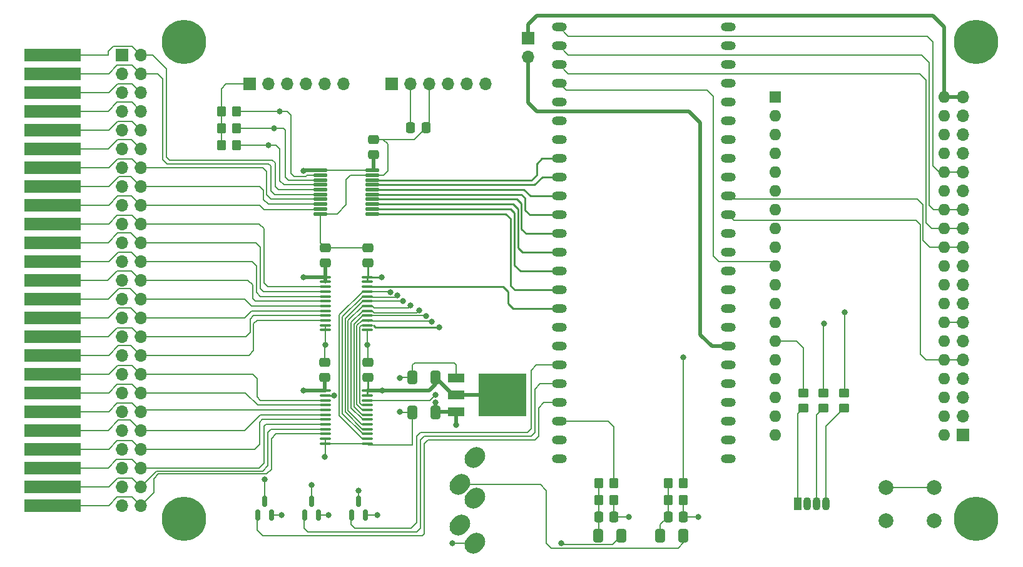
<source format=gbr>
%TF.GenerationSoftware,KiCad,Pcbnew,(6.0.7)*%
%TF.CreationDate,2022-08-23T12:46:31-07:00*%
%TF.ProjectId,TRS-IO-M3,5452532d-494f-42d4-9d33-2e6b69636164,rev?*%
%TF.SameCoordinates,Original*%
%TF.FileFunction,Copper,L1,Top*%
%TF.FilePolarity,Positive*%
%FSLAX46Y46*%
G04 Gerber Fmt 4.6, Leading zero omitted, Abs format (unit mm)*
G04 Created by KiCad (PCBNEW (6.0.7)) date 2022-08-23 12:46:31*
%MOMM*%
%LPD*%
G01*
G04 APERTURE LIST*
G04 Aperture macros list*
%AMRoundRect*
0 Rectangle with rounded corners*
0 $1 Rounding radius*
0 $2 $3 $4 $5 $6 $7 $8 $9 X,Y pos of 4 corners*
0 Add a 4 corners polygon primitive as box body*
4,1,4,$2,$3,$4,$5,$6,$7,$8,$9,$2,$3,0*
0 Add four circle primitives for the rounded corners*
1,1,$1+$1,$2,$3*
1,1,$1+$1,$4,$5*
1,1,$1+$1,$6,$7*
1,1,$1+$1,$8,$9*
0 Add four rect primitives between the rounded corners*
20,1,$1+$1,$2,$3,$4,$5,0*
20,1,$1+$1,$4,$5,$6,$7,0*
20,1,$1+$1,$6,$7,$8,$9,0*
20,1,$1+$1,$8,$9,$2,$3,0*%
%AMHorizOval*
0 Thick line with rounded ends*
0 $1 width*
0 $2 $3 position (X,Y) of the first rounded end (center of the circle)*
0 $4 $5 position (X,Y) of the second rounded end (center of the circle)*
0 Add line between two ends*
20,1,$1,$2,$3,$4,$5,0*
0 Add two circle primitives to create the rounded ends*
1,1,$1,$2,$3*
1,1,$1,$4,$5*%
G04 Aperture macros list end*
%TA.AperFunction,ComponentPad*%
%ADD10C,6.000000*%
%TD*%
%TA.AperFunction,ComponentPad*%
%ADD11C,0.800000*%
%TD*%
%TA.AperFunction,SMDPad,CuDef*%
%ADD12RoundRect,0.250000X0.350000X0.450000X-0.350000X0.450000X-0.350000X-0.450000X0.350000X-0.450000X0*%
%TD*%
%TA.AperFunction,SMDPad,CuDef*%
%ADD13RoundRect,0.250000X-0.450000X0.350000X-0.450000X-0.350000X0.450000X-0.350000X0.450000X0.350000X0*%
%TD*%
%TA.AperFunction,ComponentPad*%
%ADD14R,1.700000X1.700000*%
%TD*%
%TA.AperFunction,ComponentPad*%
%ADD15O,1.700000X1.700000*%
%TD*%
%TA.AperFunction,SMDPad,CuDef*%
%ADD16RoundRect,0.250000X-0.475000X0.337500X-0.475000X-0.337500X0.475000X-0.337500X0.475000X0.337500X0*%
%TD*%
%TA.AperFunction,ComponentPad*%
%ADD17O,2.000000X1.200000*%
%TD*%
%TA.AperFunction,SMDPad,CuDef*%
%ADD18RoundRect,0.250000X0.475000X-0.337500X0.475000X0.337500X-0.475000X0.337500X-0.475000X-0.337500X0*%
%TD*%
%TA.AperFunction,SMDPad,CuDef*%
%ADD19R,2.200000X1.200000*%
%TD*%
%TA.AperFunction,SMDPad,CuDef*%
%ADD20R,6.400000X5.800000*%
%TD*%
%TA.AperFunction,SMDPad,CuDef*%
%ADD21RoundRect,0.100000X-0.637500X-0.100000X0.637500X-0.100000X0.637500X0.100000X-0.637500X0.100000X0*%
%TD*%
%TA.AperFunction,ComponentPad*%
%ADD22HorizOval,2.400000X-0.212132X-0.212132X0.212132X0.212132X0*%
%TD*%
%TA.AperFunction,SMDPad,CuDef*%
%ADD23RoundRect,0.150000X0.150000X-0.587500X0.150000X0.587500X-0.150000X0.587500X-0.150000X-0.587500X0*%
%TD*%
%TA.AperFunction,SMDPad,CuDef*%
%ADD24RoundRect,0.250000X-0.350000X-0.450000X0.350000X-0.450000X0.350000X0.450000X-0.350000X0.450000X0*%
%TD*%
%TA.AperFunction,SMDPad,CuDef*%
%ADD25RoundRect,0.250000X0.412500X0.650000X-0.412500X0.650000X-0.412500X-0.650000X0.412500X-0.650000X0*%
%TD*%
%TA.AperFunction,ComponentPad*%
%ADD26R,1.600000X1.600000*%
%TD*%
%TA.AperFunction,ComponentPad*%
%ADD27O,1.600000X1.600000*%
%TD*%
%TA.AperFunction,SMDPad,CuDef*%
%ADD28RoundRect,0.250000X-0.337500X-0.475000X0.337500X-0.475000X0.337500X0.475000X-0.337500X0.475000X0*%
%TD*%
%TA.AperFunction,ConnectorPad*%
%ADD29R,7.620000X1.778000*%
%TD*%
%TA.AperFunction,ComponentPad*%
%ADD30R,1.070000X1.800000*%
%TD*%
%TA.AperFunction,ComponentPad*%
%ADD31O,1.070000X1.800000*%
%TD*%
%TA.AperFunction,ComponentPad*%
%ADD32C,2.000000*%
%TD*%
%TA.AperFunction,SMDPad,CuDef*%
%ADD33RoundRect,0.125000X-0.825000X-0.125000X0.825000X-0.125000X0.825000X0.125000X-0.825000X0.125000X0*%
%TD*%
%TA.AperFunction,ViaPad*%
%ADD34C,0.800000*%
%TD*%
%TA.AperFunction,Conductor*%
%ADD35C,0.200000*%
%TD*%
%TA.AperFunction,Conductor*%
%ADD36C,0.500380*%
%TD*%
%TA.AperFunction,Conductor*%
%ADD37C,0.250000*%
%TD*%
G04 APERTURE END LIST*
D10*
%TO.P,H1,1*%
%TO.N,N/C*%
X124714000Y-60960000D03*
D11*
X126304990Y-62550990D03*
X123123010Y-59369010D03*
X126964000Y-60960000D03*
X124714000Y-58710000D03*
X122464000Y-60960000D03*
X124714000Y-63210000D03*
X126304990Y-59369010D03*
X123123010Y-62550990D03*
%TD*%
%TO.P,H2,1*%
%TO.N,N/C*%
X233540990Y-62550990D03*
X234200000Y-60960000D03*
D10*
X231950000Y-60960000D03*
D11*
X229700000Y-60960000D03*
X230359010Y-62550990D03*
X230359010Y-59369010D03*
X233540990Y-59369010D03*
X231950000Y-63210000D03*
X231950000Y-58710000D03*
%TD*%
%TO.P,H3,1*%
%TO.N,N/C*%
X126964000Y-125476000D03*
X124714000Y-127726000D03*
X126304990Y-123885010D03*
X123123010Y-127066990D03*
D10*
X124714000Y-125476000D03*
D11*
X122464000Y-125476000D03*
X124714000Y-123226000D03*
X126304990Y-127066990D03*
X123123010Y-123885010D03*
%TD*%
%TO.P,H4,1*%
%TO.N,N/C*%
X233540990Y-123885010D03*
X229700000Y-125476000D03*
X233540990Y-127066990D03*
X231950000Y-127726000D03*
X230359010Y-123885010D03*
X234200000Y-125476000D03*
X231950000Y-123226000D03*
X230359010Y-127066990D03*
D10*
X231950000Y-125476000D03*
%TD*%
D12*
%TO.P,R9,1*%
%TO.N,VSYNC*%
X131810000Y-72644000D03*
%TO.P,R9,2*%
%TO.N,GND*%
X129810000Y-72644000D03*
%TD*%
%TO.P,R8,1*%
%TO.N,HSYNC*%
X131810000Y-70358000D03*
%TO.P,R8,2*%
%TO.N,GND*%
X129810000Y-70358000D03*
%TD*%
D13*
%TO.P,R1,1*%
%TO.N,LED_RED*%
X208534000Y-108474000D03*
%TO.P,R1,2*%
%TO.N,Net-(D1-Pad1)*%
X208534000Y-110474000D03*
%TD*%
%TO.P,R2,1*%
%TO.N,LED_GREEN*%
X214068000Y-108474000D03*
%TO.P,R2,2*%
%TO.N,Net-(D1-Pad4)*%
X214068000Y-110474000D03*
%TD*%
D14*
%TO.P,J5,1,Pin_1*%
%TO.N,GND*%
X133600000Y-66675000D03*
D15*
%TO.P,J5,2,Pin_2*%
%TO.N,VIDEO*%
X136140000Y-66675000D03*
%TO.P,J5,3,Pin_3*%
%TO.N,GND*%
X138680000Y-66675000D03*
%TO.P,J5,4,Pin_4*%
%TO.N,VSYNC*%
X141220000Y-66675000D03*
%TO.P,J5,5,Pin_5*%
%TO.N,GND*%
X143760000Y-66675000D03*
%TO.P,J5,6,Pin_6*%
%TO.N,HSYNC*%
X146300000Y-66675000D03*
%TD*%
D16*
%TO.P,C6,1*%
%TO.N,GND*%
X149650000Y-104312500D03*
%TO.P,C6,2*%
%TO.N,+1V8*%
X149650000Y-106387500D03*
%TD*%
D17*
%TO.P,U5,1,Pad_38*%
%TO.N,MOSI*%
X175520000Y-58985000D03*
%TO.P,U5,2,Pad_37*%
%TO.N,MISO*%
X175520000Y-61525000D03*
%TO.P,U5,3,Pad_36*%
%TO.N,SCK*%
X175520000Y-64065000D03*
%TO.P,U5,4,Pad_39*%
%TO.N,CS_SD_CARD*%
X175520000Y-66605000D03*
%TO.P,U5,5,Pad_25*%
%TO.N,HSYNC_O*%
X175520000Y-69145000D03*
%TO.P,U5,6,Pad_26*%
%TO.N,VSYNC_O*%
X175520000Y-71685000D03*
%TO.P,U5,7,Pad_27*%
%TO.N,VIDEO_O*%
X175520000Y-74225000D03*
%TO.P,U5,8,Pad_28*%
%TO.N,HSYNCX*%
X175520000Y-76765000D03*
%TO.P,U5,9,Pad_29*%
%TO.N,VSYNCX*%
X175520000Y-79305000D03*
%TO.P,U5,10,Pad_30*%
%TO.N,VIDEOX*%
X175520000Y-81845000D03*
%TO.P,U5,11,Pad_33*%
%TO.N,_IORQX*%
X175520000Y-84385000D03*
%TO.P,U5,12,Pad_34*%
%TO.N,_M1X*%
X175520000Y-86925000D03*
%TO.P,U5,13,Pad_40*%
%TO.N,_RESETX*%
X175520000Y-89465000D03*
%TO.P,U5,14,Pad_35*%
%TO.N,_OUTX*%
X175520000Y-92005000D03*
%TO.P,U5,15,Pad_41*%
%TO.N,_INX*%
X175520000Y-94545000D03*
%TO.P,U5,16,Pad_42*%
%TO.N,ABUS_SEL_N*%
X175520000Y-97085000D03*
%TO.P,U5,17,Pad_51*%
%TO.N,READ_N*%
X175520000Y-99625000D03*
%TO.P,U5,18,Pad_53*%
%TO.N,DBUS_SEL_N*%
X175520000Y-102165000D03*
%TO.P,U5,19,Pad_54*%
%TO.N,INT*%
X175520000Y-104705000D03*
%TO.P,U5,20,Pad_55*%
%TO.N,WAIT*%
X175520000Y-107245000D03*
%TO.P,U5,21,Pad_56*%
%TO.N,EXTIOSEL*%
X175520000Y-109785000D03*
%TO.P,U5,22,Pad_57*%
%TO.N,CASS_OUT_LEFT*%
X175520000Y-112325000D03*
%TO.P,U5,23,Pad_68*%
%TO.N,unconnected-(U5-Pad23)*%
X175520000Y-114865000D03*
%TO.P,U5,24,Pad_69*%
%TO.N,unconnected-(U5-Pad24)*%
X175520000Y-117405000D03*
%TO.P,U5,25,3V3*%
%TO.N,+3V3*%
X198420000Y-117405000D03*
%TO.P,U5,26,GND*%
%TO.N,GND*%
X198420000Y-114865000D03*
%TO.P,U5,27,Pad_32*%
%TO.N,ESP_S2*%
X198420000Y-112325000D03*
%TO.P,U5,28,Pad_31*%
%TO.N,ESP_S1*%
X198420000Y-109785000D03*
%TO.P,U5,29,Pad_49*%
%TO.N,ESP_S0*%
X198420000Y-107245000D03*
%TO.P,U5,30,Pad_48*%
%TO.N,CS_FPGA*%
X198420000Y-104705000D03*
%TO.P,U5,31,5V*%
%TO.N,VU*%
X198420000Y-102165000D03*
%TO.P,U5,32,Pad_70*%
%TO.N,unconnected-(U5-Pad32)*%
X198420000Y-99625000D03*
%TO.P,U5,33,Pad_71*%
%TO.N,unconnected-(U5-Pad33)*%
X198420000Y-97085000D03*
%TO.P,U5,34,Pad_72*%
%TO.N,unconnected-(U5-Pad34)*%
X198420000Y-94545000D03*
%TO.P,U5,35,Pad_73*%
%TO.N,unconnected-(U5-Pad35)*%
X198420000Y-92005000D03*
%TO.P,U5,36,Pad_74*%
%TO.N,unconnected-(U5-Pad36)*%
X198420000Y-89465000D03*
%TO.P,U5,37,Pad_75*%
%TO.N,unconnected-(U5-Pad37)*%
X198420000Y-86925000D03*
%TO.P,U5,38,Pad_76*%
%TO.N,REQ*%
X198420000Y-84385000D03*
%TO.P,U5,39,Pad_77*%
%TO.N,DONE*%
X198420000Y-81845000D03*
%TO.P,U5,40,Pad_79*%
%TO.N,A0D7*%
X198420000Y-79305000D03*
%TO.P,U5,41,Pad_80*%
%TO.N,A1D6*%
X198420000Y-76765000D03*
%TO.P,U5,42,Pad_81*%
%TO.N,A2D5*%
X198420000Y-74225000D03*
%TO.P,U5,43,Pad_82*%
%TO.N,A3D4*%
X198420000Y-71685000D03*
%TO.P,U5,44,Pad_83*%
%TO.N,A4D3*%
X198420000Y-69145000D03*
%TO.P,U5,45,Pad_84*%
%TO.N,A5D2*%
X198420000Y-66605000D03*
%TO.P,U5,46,Pad_85*%
%TO.N,A6D1*%
X198420000Y-64065000D03*
%TO.P,U5,47,Pad_86*%
%TO.N,A7D0*%
X198420000Y-61525000D03*
%TO.P,U5,48,Pad_63*%
%TO.N,CASS_OUT_RIGHT*%
X198420000Y-58985000D03*
%TD*%
D18*
%TO.P,C1,1*%
%TO.N,+3V3*%
X143850000Y-90887500D03*
%TO.P,C1,2*%
%TO.N,GND*%
X143850000Y-88812500D03*
%TD*%
D16*
%TO.P,C7,1*%
%TO.N,GND*%
X150400000Y-74162500D03*
%TO.P,C7,2*%
%TO.N,+3V3*%
X150400000Y-76237500D03*
%TD*%
D19*
%TO.P,U4,1,GND*%
%TO.N,GND*%
X161544000Y-106433000D03*
%TO.P,U4,2,VO*%
%TO.N,+1V8*%
X161544000Y-108713000D03*
D20*
X167844000Y-108713000D03*
D19*
%TO.P,U4,3,VI*%
%TO.N,+3V3*%
X161544000Y-110993000D03*
%TD*%
D21*
%TO.P,U2,1,VCCA*%
%TO.N,+3V3*%
X143837500Y-108175000D03*
%TO.P,U2,2,DIR*%
%TO.N,READ_N*%
X143837500Y-108825000D03*
%TO.P,U2,3,A1*%
%TO.N,D7*%
X143837500Y-109475000D03*
%TO.P,U2,4,A2*%
%TO.N,D6*%
X143837500Y-110125000D03*
%TO.P,U2,5,A3*%
%TO.N,D5*%
X143837500Y-110775000D03*
%TO.P,U2,6,A4*%
%TO.N,D4*%
X143837500Y-111425000D03*
%TO.P,U2,7,A5*%
%TO.N,D3*%
X143837500Y-112075000D03*
%TO.P,U2,8,A6*%
%TO.N,D2*%
X143837500Y-112725000D03*
%TO.P,U2,9,A7*%
%TO.N,D1*%
X143837500Y-113375000D03*
%TO.P,U2,10,A8*%
%TO.N,D0*%
X143837500Y-114025000D03*
%TO.P,U2,11,GND*%
%TO.N,GND*%
X143837500Y-114675000D03*
%TO.P,U2,12,GND*%
X143837500Y-115325000D03*
%TO.P,U2,13,GND*%
X149562500Y-115325000D03*
%TO.P,U2,14,B8*%
%TO.N,A7D0*%
X149562500Y-114675000D03*
%TO.P,U2,15,B7*%
%TO.N,A6D1*%
X149562500Y-114025000D03*
%TO.P,U2,16,B6*%
%TO.N,A5D2*%
X149562500Y-113375000D03*
%TO.P,U2,17,B5*%
%TO.N,A4D3*%
X149562500Y-112725000D03*
%TO.P,U2,18,B4*%
%TO.N,A3D4*%
X149562500Y-112075000D03*
%TO.P,U2,19,B3*%
%TO.N,A2D5*%
X149562500Y-111425000D03*
%TO.P,U2,20,B2*%
%TO.N,A1D6*%
X149562500Y-110775000D03*
%TO.P,U2,21,B1*%
%TO.N,A0D7*%
X149562500Y-110125000D03*
%TO.P,U2,22,OEn*%
%TO.N,DBUS_SEL_N*%
X149562500Y-109475000D03*
%TO.P,U2,23,VCCB*%
%TO.N,+1V8*%
X149562500Y-108825000D03*
%TO.P,U2,24,VCCB*%
X149562500Y-108175000D03*
%TD*%
D16*
%TO.P,C3,1*%
%TO.N,GND*%
X149600000Y-88812500D03*
%TO.P,C3,2*%
%TO.N,+1V8*%
X149600000Y-90887500D03*
%TD*%
D22*
%TO.P,J7,R*%
%TO.N,Net-(C12-Pad1)*%
X162084000Y-120878000D03*
%TO.P,J7,RN*%
%TO.N,N/C*%
X164084000Y-122678000D03*
%TO.P,J7,S*%
%TO.N,GND*%
X164084000Y-128778000D03*
%TO.P,J7,T*%
%TO.N,Net-(C11-Pad1)*%
X162084000Y-126378000D03*
%TO.P,J7,TN*%
%TO.N,N/C*%
X164084000Y-117178000D03*
%TD*%
D23*
%TO.P,Q2,1,G*%
%TO.N,WAIT*%
X141036000Y-124997500D03*
%TO.P,Q2,2,S*%
%TO.N,GND*%
X142936000Y-124997500D03*
%TO.P,Q2,3,D*%
%TO.N,_IOWAIT*%
X141986000Y-123122500D03*
%TD*%
D24*
%TO.P,R7,2*%
%TO.N,GND*%
X192262000Y-122936000D03*
%TO.P,R7,1*%
%TO.N,Net-(C10-Pad1)*%
X190262000Y-122936000D03*
%TD*%
D25*
%TO.P,C4,1*%
%TO.N,+1V8*%
X158781500Y-106338000D03*
%TO.P,C4,2*%
%TO.N,GND*%
X155656500Y-106338000D03*
%TD*%
D14*
%TO.P,J4,1,Pin_1*%
%TO.N,+5V*%
X171300000Y-60475000D03*
D15*
%TO.P,J4,2,Pin_2*%
%TO.N,VU*%
X171300000Y-63015000D03*
%TD*%
D25*
%TO.P,C12,2*%
%TO.N,Net-(C10-Pad1)*%
X189191500Y-127762000D03*
%TO.P,C12,1*%
%TO.N,Net-(C12-Pad1)*%
X192316500Y-127762000D03*
%TD*%
D26*
%TO.P,U6,1,GPIO6*%
%TO.N,unconnected-(U6-Pad1)*%
X204750000Y-68400000D03*
D27*
%TO.P,U6,2,GPIO7*%
%TO.N,unconnected-(U6-Pad2)*%
X204750000Y-70940000D03*
%TO.P,U6,3,GPIO8*%
%TO.N,unconnected-(U6-Pad3)*%
X204750000Y-73480000D03*
%TO.P,U6,4,GPIO15*%
%TO.N,CS_FPGA*%
X204750000Y-76020000D03*
%TO.P,U6,5,GPIO2*%
%TO.N,unconnected-(U6-Pad5)*%
X204750000Y-78560000D03*
%TO.P,U6,6,GPIO0*%
%TO.N,unconnected-(U6-Pad6)*%
X204750000Y-81100000D03*
%TO.P,U6,7,GPIO4*%
%TO.N,LED_GREEN*%
X204750000Y-83640000D03*
%TO.P,U6,8,GPIO16*%
%TO.N,ESP_S0*%
X204750000Y-86180000D03*
%TO.P,U6,9,GPIO17*%
%TO.N,ESP_S1*%
X204750000Y-88720000D03*
%TO.P,U6,10,GPIO5*%
%TO.N,CS_SD_CARD*%
X204750000Y-91260000D03*
%TO.P,U6,11,GPIO18*%
%TO.N,ESP_S2*%
X204750000Y-93800000D03*
%TO.P,U6,12,GPIO19*%
%TO.N,unconnected-(U6-Pad12)*%
X204750000Y-96340000D03*
%TO.P,U6,13,GND*%
%TO.N,GND*%
X204750000Y-98880000D03*
%TO.P,U6,14,GPIO21*%
%TO.N,LED_RED*%
X204750000Y-101420000D03*
%TO.P,U6,15,GPIO3*%
%TO.N,unconnected-(U6-Pad15)*%
X204750000Y-103960000D03*
%TO.P,U6,16,GPIO1*%
%TO.N,unconnected-(U6-Pad16)*%
X204750000Y-106500000D03*
%TO.P,U6,17,GPIO22*%
%TO.N,BUTTON*%
X204750000Y-109040000D03*
%TO.P,U6,18,GPIO23*%
%TO.N,unconnected-(U6-Pad18)*%
X204750000Y-111580000D03*
%TO.P,U6,19,GND*%
%TO.N,GND*%
X204750000Y-114120000D03*
%TO.P,U6,20,3V3*%
%TO.N,unconnected-(U6-Pad20)*%
X227610000Y-114120000D03*
%TO.P,U6,21,RESET*%
%TO.N,unconnected-(U6-Pad21)*%
X227610000Y-111580000D03*
%TO.P,U6,22,GPIO36*%
%TO.N,unconnected-(U6-Pad22)*%
X227610000Y-109040000D03*
%TO.P,U6,23,GPIO39*%
%TO.N,unconnected-(U6-Pad23)*%
X227610000Y-106500000D03*
%TO.P,U6,24,GPIO34*%
%TO.N,REQ*%
X227610000Y-103960000D03*
%TO.P,U6,25,GPIO35*%
%TO.N,unconnected-(U6-Pad25)*%
X227610000Y-101420000D03*
%TO.P,U6,26,GPIO32*%
%TO.N,LED_BLUE*%
X227610000Y-98880000D03*
%TO.P,U6,27,GPIO33*%
%TO.N,unconnected-(U6-Pad27)*%
X227610000Y-96340000D03*
%TO.P,U6,28,GPIO25*%
%TO.N,unconnected-(U6-Pad28)*%
X227610000Y-93800000D03*
%TO.P,U6,29,GPIO26*%
%TO.N,unconnected-(U6-Pad29)*%
X227610000Y-91260000D03*
%TO.P,U6,30,GPIO27*%
%TO.N,DONE*%
X227610000Y-88720000D03*
%TO.P,U6,31,GPIO14*%
%TO.N,SCK*%
X227610000Y-86180000D03*
%TO.P,U6,32,GPIO12*%
%TO.N,MISO*%
X227610000Y-83640000D03*
%TO.P,U6,33,GND*%
%TO.N,GND*%
X227610000Y-81100000D03*
%TO.P,U6,34,GPIO13*%
%TO.N,MOSI*%
X227610000Y-78560000D03*
%TO.P,U6,35,GPIO9*%
%TO.N,unconnected-(U6-Pad35)*%
X227610000Y-76020000D03*
%TO.P,U6,36,GPIO10*%
%TO.N,unconnected-(U6-Pad36)*%
X227610000Y-73480000D03*
%TO.P,U6,37,GPIO11*%
%TO.N,unconnected-(U6-Pad37)*%
X227610000Y-70940000D03*
%TO.P,U6,38,5V*%
%TO.N,+5V*%
X227610000Y-68463500D03*
%TD*%
D28*
%TO.P,C9,1*%
%TO.N,Net-(C11-Pad2)*%
X180826500Y-125222000D03*
%TO.P,C9,2*%
%TO.N,GND*%
X182901500Y-125222000D03*
%TD*%
D29*
%TO.P,J1,1,Pin_1*%
%TO.N,D0*%
X106934000Y-123698000D03*
%TO.P,J1,3,Pin_3*%
%TO.N,D1*%
X106934000Y-121158000D03*
%TO.P,J1,5,Pin_5*%
%TO.N,D2*%
X106934000Y-118618000D03*
%TO.P,J1,7,Pin_7*%
%TO.N,D3*%
X106934000Y-116078000D03*
%TO.P,J1,9,Pin_9*%
%TO.N,D4*%
X106934000Y-113538000D03*
%TO.P,J1,11,Pin_11*%
%TO.N,D5*%
X106934000Y-110998000D03*
%TO.P,J1,13,Pin_13*%
%TO.N,D6*%
X106934000Y-108458000D03*
%TO.P,J1,15,Pin_15*%
%TO.N,D7*%
X106934000Y-105918000D03*
%TO.P,J1,17,Pin_17*%
%TO.N,A0*%
X106934000Y-103378000D03*
%TO.P,J1,19,Pin_19*%
%TO.N,A1*%
X106934000Y-100838000D03*
%TO.P,J1,21,Pin_21*%
%TO.N,A2*%
X106934000Y-98298000D03*
%TO.P,J1,23,Pin_23*%
%TO.N,A3*%
X106934000Y-95758000D03*
%TO.P,J1,25,Pin_25*%
%TO.N,A4*%
X106934000Y-93218000D03*
%TO.P,J1,27,Pin_27*%
%TO.N,A5*%
X106934000Y-90678000D03*
%TO.P,J1,29,Pin_29*%
%TO.N,A6*%
X106934000Y-88138000D03*
%TO.P,J1,31,Pin_31*%
%TO.N,A7*%
X106934000Y-85598000D03*
%TO.P,J1,33,Pin_33*%
%TO.N,_IN*%
X106934000Y-83058000D03*
%TO.P,J1,35,Pin_35*%
%TO.N,_OUT*%
X106934000Y-80518000D03*
%TO.P,J1,37,Pin_37*%
%TO.N,_RESET*%
X106934000Y-77978000D03*
%TO.P,J1,39,Pin_39*%
%TO.N,_IOINT*%
X106934000Y-75438000D03*
%TO.P,J1,41,Pin_41*%
%TO.N,_IOWAIT*%
X106934000Y-72898000D03*
%TO.P,J1,43,Pin_43*%
%TO.N,_EXTIOSEL*%
X106934000Y-70358000D03*
%TO.P,J1,45,Pin_45*%
%TO.N,NC*%
X106934000Y-67818000D03*
%TO.P,J1,47,Pin_47*%
%TO.N,_M1*%
X106934000Y-65278000D03*
%TO.P,J1,49,Pin_49*%
%TO.N,_IORQ*%
X106934000Y-62738000D03*
%TD*%
D23*
%TO.P,Q1,1,G*%
%TO.N,INT*%
X147386000Y-124997500D03*
%TO.P,Q1,2,S*%
%TO.N,GND*%
X149286000Y-124997500D03*
%TO.P,Q1,3,D*%
%TO.N,_IOINT*%
X148336000Y-123122500D03*
%TD*%
D14*
%TO.P,J6,1,Pin_1*%
%TO.N,GND*%
X152800000Y-66675000D03*
D15*
%TO.P,J6,2,Pin_2*%
%TO.N,VIDEO_O*%
X155340000Y-66675000D03*
%TO.P,J6,3,Pin_3*%
%TO.N,GND*%
X157880000Y-66675000D03*
%TO.P,J6,4,Pin_4*%
%TO.N,VSYNC_O*%
X160420000Y-66675000D03*
%TO.P,J6,5,Pin_5*%
%TO.N,GND*%
X162960000Y-66675000D03*
%TO.P,J6,6,Pin_6*%
%TO.N,HSYNC_O*%
X165500000Y-66675000D03*
%TD*%
D13*
%TO.P,R3,1*%
%TO.N,LED_BLUE*%
X211274000Y-108474000D03*
%TO.P,R3,2*%
%TO.N,Net-(D1-Pad3)*%
X211274000Y-110474000D03*
%TD*%
D28*
%TO.P,C10,2*%
%TO.N,GND*%
X192299500Y-125222000D03*
%TO.P,C10,1*%
%TO.N,Net-(C10-Pad1)*%
X190224500Y-125222000D03*
%TD*%
D24*
%TO.P,R4,2*%
%TO.N,CASS_OUT_LEFT*%
X182864000Y-120650000D03*
%TO.P,R4,1*%
%TO.N,Net-(C11-Pad2)*%
X180864000Y-120650000D03*
%TD*%
%TO.P,R6,1*%
%TO.N,Net-(C11-Pad2)*%
X180864000Y-122936000D03*
%TO.P,R6,2*%
%TO.N,GND*%
X182864000Y-122936000D03*
%TD*%
D30*
%TO.P,D1,1,RA*%
%TO.N,Net-(D1-Pad1)*%
X207750000Y-123500000D03*
D31*
%TO.P,D1,2,K*%
%TO.N,GND*%
X209020000Y-123500000D03*
%TO.P,D1,3,BA*%
%TO.N,Net-(D1-Pad3)*%
X210290000Y-123500000D03*
%TO.P,D1,4,GA*%
%TO.N,Net-(D1-Pad4)*%
X211560000Y-123500000D03*
%TD*%
D24*
%TO.P,R5,1*%
%TO.N,Net-(C10-Pad1)*%
X190262000Y-120650000D03*
%TO.P,R5,2*%
%TO.N,CASS_OUT_RIGHT*%
X192262000Y-120650000D03*
%TD*%
D15*
%TO.P,J2,1,Pin_1*%
%TO.N,D0*%
X118867000Y-123703000D03*
%TO.P,J2,2,Pin_2*%
%TO.N,GND*%
X116327000Y-123703000D03*
%TO.P,J2,3,Pin_3*%
%TO.N,D1*%
X118867000Y-121163000D03*
%TO.P,J2,4,Pin_4*%
%TO.N,GND*%
X116327000Y-121163000D03*
%TO.P,J2,5,Pin_5*%
%TO.N,D2*%
X118867000Y-118623000D03*
%TO.P,J2,6,Pin_6*%
%TO.N,GND*%
X116327000Y-118623000D03*
%TO.P,J2,7,Pin_7*%
%TO.N,D3*%
X118867000Y-116083000D03*
%TO.P,J2,8,Pin_8*%
%TO.N,GND*%
X116327000Y-116083000D03*
%TO.P,J2,9,Pin_9*%
%TO.N,D4*%
X118867000Y-113543000D03*
%TO.P,J2,10,Pin_10*%
%TO.N,GND*%
X116327000Y-113543000D03*
%TO.P,J2,11,Pin_11*%
%TO.N,D5*%
X118867000Y-111003000D03*
%TO.P,J2,12,Pin_12*%
%TO.N,GND*%
X116327000Y-111003000D03*
%TO.P,J2,13,Pin_13*%
%TO.N,D6*%
X118867000Y-108463000D03*
%TO.P,J2,14,Pin_14*%
%TO.N,GND*%
X116327000Y-108463000D03*
%TO.P,J2,15,Pin_15*%
%TO.N,D7*%
X118867000Y-105923000D03*
%TO.P,J2,16,Pin_16*%
%TO.N,GND*%
X116327000Y-105923000D03*
%TO.P,J2,17,Pin_17*%
%TO.N,A0*%
X118867000Y-103383000D03*
%TO.P,J2,18,Pin_18*%
%TO.N,GND*%
X116327000Y-103383000D03*
%TO.P,J2,19,Pin_19*%
%TO.N,A1*%
X118867000Y-100843000D03*
%TO.P,J2,20,Pin_20*%
%TO.N,GND*%
X116327000Y-100843000D03*
%TO.P,J2,21,Pin_21*%
%TO.N,A2*%
X118867000Y-98303000D03*
%TO.P,J2,22,Pin_22*%
%TO.N,GND*%
X116327000Y-98303000D03*
%TO.P,J2,23,Pin_23*%
%TO.N,A3*%
X118867000Y-95763000D03*
%TO.P,J2,24,Pin_24*%
%TO.N,GND*%
X116327000Y-95763000D03*
%TO.P,J2,25,Pin_25*%
%TO.N,A4*%
X118867000Y-93223000D03*
%TO.P,J2,26,Pin_26*%
%TO.N,GND*%
X116327000Y-93223000D03*
%TO.P,J2,27,Pin_27*%
%TO.N,A5*%
X118867000Y-90683000D03*
%TO.P,J2,28,Pin_28*%
%TO.N,GND*%
X116327000Y-90683000D03*
%TO.P,J2,29,Pin_29*%
%TO.N,A6*%
X118867000Y-88143000D03*
%TO.P,J2,30,Pin_30*%
%TO.N,GND*%
X116327000Y-88143000D03*
%TO.P,J2,31,Pin_31*%
%TO.N,A7*%
X118867000Y-85603000D03*
%TO.P,J2,32,Pin_32*%
%TO.N,GND*%
X116327000Y-85603000D03*
%TO.P,J2,33,Pin_33*%
%TO.N,_IN*%
X118867000Y-83063000D03*
%TO.P,J2,34,Pin_34*%
%TO.N,GND*%
X116327000Y-83063000D03*
%TO.P,J2,35,Pin_35*%
%TO.N,_OUT*%
X118867000Y-80523000D03*
%TO.P,J2,36,Pin_36*%
%TO.N,GND*%
X116327000Y-80523000D03*
%TO.P,J2,37,Pin_37*%
%TO.N,_RESET*%
X118867000Y-77983000D03*
%TO.P,J2,38,Pin_38*%
%TO.N,GND*%
X116327000Y-77983000D03*
%TO.P,J2,39,Pin_39*%
%TO.N,_IOINT*%
X118867000Y-75443000D03*
%TO.P,J2,40,Pin_40*%
%TO.N,GND*%
X116327000Y-75443000D03*
%TO.P,J2,41,Pin_41*%
%TO.N,_IOWAIT*%
X118867000Y-72903000D03*
%TO.P,J2,42,Pin_42*%
%TO.N,GND*%
X116327000Y-72903000D03*
%TO.P,J2,43,Pin_43*%
%TO.N,_EXTIOSEL*%
X118867000Y-70363000D03*
%TO.P,J2,44,Pin_44*%
%TO.N,GND*%
X116327000Y-70363000D03*
%TO.P,J2,45,Pin_45*%
%TO.N,NC*%
X118867000Y-67823000D03*
%TO.P,J2,46,Pin_46*%
%TO.N,GND*%
X116327000Y-67823000D03*
%TO.P,J2,47,Pin_47*%
%TO.N,_M1*%
X118867000Y-65283000D03*
%TO.P,J2,48,Pin_48*%
%TO.N,GND*%
X116327000Y-65283000D03*
%TO.P,J2,49,Pin_49*%
%TO.N,_IORQ*%
X118867000Y-62743000D03*
D14*
%TO.P,J2,50,Pin_50*%
%TO.N,GND*%
X116327000Y-62743000D03*
%TD*%
D25*
%TO.P,C11,1*%
%TO.N,Net-(C11-Pad1)*%
X183934500Y-127762000D03*
%TO.P,C11,2*%
%TO.N,Net-(C11-Pad2)*%
X180809500Y-127762000D03*
%TD*%
D18*
%TO.P,C2,1*%
%TO.N,+3V3*%
X143800000Y-106387500D03*
%TO.P,C2,2*%
%TO.N,GND*%
X143800000Y-104312500D03*
%TD*%
D32*
%TO.P,SW1,1,1*%
%TO.N,GND*%
X226250000Y-125750000D03*
X219750000Y-125750000D03*
%TO.P,SW1,2,2*%
%TO.N,BUTTON*%
X226250000Y-121250000D03*
X219750000Y-121250000D03*
%TD*%
D21*
%TO.P,U1,1,VCCA*%
%TO.N,+3V3*%
X143837500Y-92800000D03*
%TO.P,U1,2,DIR*%
X143837500Y-93450000D03*
%TO.P,U1,3,A1*%
%TO.N,A7*%
X143837500Y-94100000D03*
%TO.P,U1,4,A2*%
%TO.N,A6*%
X143837500Y-94750000D03*
%TO.P,U1,5,A3*%
%TO.N,A5*%
X143837500Y-95400000D03*
%TO.P,U1,6,A4*%
%TO.N,A4*%
X143837500Y-96050000D03*
%TO.P,U1,7,A5*%
%TO.N,A3*%
X143837500Y-96700000D03*
%TO.P,U1,8,A6*%
%TO.N,A2*%
X143837500Y-97350000D03*
%TO.P,U1,9,A7*%
%TO.N,A1*%
X143837500Y-98000000D03*
%TO.P,U1,10,A8*%
%TO.N,A0*%
X143837500Y-98650000D03*
%TO.P,U1,11,GND*%
%TO.N,GND*%
X143837500Y-99300000D03*
%TO.P,U1,12,GND*%
X143837500Y-99950000D03*
%TO.P,U1,13,GND*%
X149562500Y-99950000D03*
%TO.P,U1,14,B8*%
%TO.N,A0D7*%
X149562500Y-99300000D03*
%TO.P,U1,15,B7*%
%TO.N,A1D6*%
X149562500Y-98650000D03*
%TO.P,U1,16,B6*%
%TO.N,A2D5*%
X149562500Y-98000000D03*
%TO.P,U1,17,B5*%
%TO.N,A3D4*%
X149562500Y-97350000D03*
%TO.P,U1,18,B4*%
%TO.N,A4D3*%
X149562500Y-96700000D03*
%TO.P,U1,19,B3*%
%TO.N,A5D2*%
X149562500Y-96050000D03*
%TO.P,U1,20,B2*%
%TO.N,A6D1*%
X149562500Y-95400000D03*
%TO.P,U1,21,B1*%
%TO.N,A7D0*%
X149562500Y-94750000D03*
%TO.P,U1,22,OEn*%
%TO.N,ABUS_SEL_N*%
X149562500Y-94100000D03*
%TO.P,U1,23,VCCB*%
%TO.N,+1V8*%
X149562500Y-93450000D03*
%TO.P,U1,24,VCCB*%
X149562500Y-92800000D03*
%TD*%
D25*
%TO.P,C5,1*%
%TO.N,+3V3*%
X158731500Y-111138000D03*
%TO.P,C5,2*%
%TO.N,GND*%
X155606500Y-111138000D03*
%TD*%
D28*
%TO.P,C8,1*%
%TO.N,VIDEO_O*%
X155375000Y-72550000D03*
%TO.P,C8,2*%
%TO.N,GND*%
X157450000Y-72550000D03*
%TD*%
D33*
%TO.P,U3,1,A->B*%
%TO.N,+3V3*%
X143200000Y-78375000D03*
%TO.P,U3,2,A0*%
%TO.N,HSYNC*%
X143200000Y-79025000D03*
%TO.P,U3,3,A1*%
%TO.N,VSYNC*%
X143200000Y-79675000D03*
%TO.P,U3,4,A2*%
%TO.N,VIDEO*%
X143200000Y-80325000D03*
%TO.P,U3,5,A3*%
%TO.N,_IORQ*%
X143200000Y-80975000D03*
%TO.P,U3,6,A4*%
%TO.N,_M1*%
X143200000Y-81625000D03*
%TO.P,U3,7,A5*%
%TO.N,_RESET*%
X143200000Y-82275000D03*
%TO.P,U3,8,A6*%
%TO.N,_OUT*%
X143200000Y-82925000D03*
%TO.P,U3,9,A7*%
%TO.N,_IN*%
X143200000Y-83575000D03*
%TO.P,U3,10,GND*%
%TO.N,GND*%
X143200000Y-84225000D03*
%TO.P,U3,11,B7*%
%TO.N,_INX*%
X150200000Y-84225000D03*
%TO.P,U3,12,B6*%
%TO.N,_OUTX*%
X150200000Y-83575000D03*
%TO.P,U3,13,B5*%
%TO.N,_RESETX*%
X150200000Y-82925000D03*
%TO.P,U3,14,B4*%
%TO.N,_M1X*%
X150200000Y-82275000D03*
%TO.P,U3,15,B3*%
%TO.N,_IORQX*%
X150200000Y-81625000D03*
%TO.P,U3,16,B2*%
%TO.N,VIDEOX*%
X150200000Y-80975000D03*
%TO.P,U3,17,B1*%
%TO.N,VSYNCX*%
X150200000Y-80325000D03*
%TO.P,U3,18,B0*%
%TO.N,HSYNCX*%
X150200000Y-79675000D03*
%TO.P,U3,19,CE*%
%TO.N,GND*%
X150200000Y-79025000D03*
%TO.P,U3,20,VCC*%
%TO.N,+3V3*%
X150200000Y-78375000D03*
%TD*%
D14*
%TO.P,J3,1,Pin_1*%
%TO.N,unconnected-(J3-Pad1)*%
X230150000Y-114150000D03*
D15*
%TO.P,J3,2,Pin_2*%
%TO.N,unconnected-(J3-Pad2)*%
X230150000Y-111610000D03*
%TO.P,J3,3,Pin_3*%
%TO.N,unconnected-(J3-Pad3)*%
X230150000Y-109070000D03*
%TO.P,J3,4,Pin_4*%
%TO.N,unconnected-(J3-Pad4)*%
X230150000Y-106530000D03*
%TO.P,J3,5,Pin_5*%
%TO.N,REQ*%
X230150000Y-103990000D03*
%TO.P,J3,6,Pin_6*%
%TO.N,unconnected-(J3-Pad6)*%
X230150000Y-101450000D03*
%TO.P,J3,7,Pin_7*%
%TO.N,LED_BLUE*%
X230150000Y-98910000D03*
%TO.P,J3,8,Pin_8*%
%TO.N,unconnected-(J3-Pad8)*%
X230150000Y-96370000D03*
%TO.P,J3,9,Pin_9*%
%TO.N,unconnected-(J3-Pad9)*%
X230150000Y-93830000D03*
%TO.P,J3,10,Pin_10*%
%TO.N,unconnected-(J3-Pad10)*%
X230150000Y-91290000D03*
%TO.P,J3,11,Pin_11*%
%TO.N,DONE*%
X230150000Y-88750000D03*
%TO.P,J3,12,Pin_12*%
%TO.N,SCK*%
X230150000Y-86210000D03*
%TO.P,J3,13,Pin_13*%
%TO.N,MISO*%
X230150000Y-83670000D03*
%TO.P,J3,14,Pin_14*%
%TO.N,GND*%
X230150000Y-81130000D03*
%TO.P,J3,15,Pin_15*%
%TO.N,MOSI*%
X230150000Y-78590000D03*
%TO.P,J3,16,Pin_16*%
%TO.N,unconnected-(J3-Pad16)*%
X230150000Y-76050000D03*
%TO.P,J3,17,Pin_17*%
%TO.N,unconnected-(J3-Pad17)*%
X230150000Y-73510000D03*
%TO.P,J3,18,Pin_18*%
%TO.N,unconnected-(J3-Pad18)*%
X230150000Y-70970000D03*
%TO.P,J3,19,Pin_19*%
%TO.N,+5V*%
X230150000Y-68430000D03*
%TD*%
D12*
%TO.P,R10,1*%
%TO.N,VIDEO*%
X131810000Y-74930000D03*
%TO.P,R10,2*%
%TO.N,GND*%
X129810000Y-74930000D03*
%TD*%
D23*
%TO.P,Q3,1,G*%
%TO.N,EXTIOSEL*%
X134686000Y-124997500D03*
%TO.P,Q3,2,S*%
%TO.N,GND*%
X136586000Y-124997500D03*
%TO.P,Q3,3,D*%
%TO.N,_EXTIOSEL*%
X135636000Y-123122500D03*
%TD*%
D34*
%TO.N,GND*%
X161036000Y-128778000D03*
X184912000Y-125222000D03*
X194310000Y-125222000D03*
X137922000Y-124968000D03*
X144272000Y-124968000D03*
X150876000Y-124968000D03*
X153924000Y-110998000D03*
X153924000Y-106426000D03*
%TO.N,HSYNC*%
X137668000Y-70358000D03*
%TO.N,VSYNC*%
X136906000Y-72644000D03*
%TO.N,VIDEO*%
X136144000Y-74930000D03*
%TO.N,LED_GREEN*%
X214122000Y-97536000D03*
%TO.N,LED_BLUE*%
X211328000Y-99060000D03*
%TO.N,CASS_OUT_RIGHT*%
X192278000Y-103632000D03*
%TO.N,Net-(C11-Pad1)*%
X175768000Y-128778000D03*
%TO.N,A0D7*%
X159258000Y-99568000D03*
%TO.N,GND*%
X149550000Y-101950000D03*
X143750000Y-117150000D03*
X143850000Y-101950000D03*
%TO.N,+3V3*%
X158750000Y-109728000D03*
X140900000Y-78450000D03*
X140900000Y-92800000D03*
X140900000Y-108150000D03*
X161569000Y-112838000D03*
%TO.N,_IOINT*%
X148336000Y-121666000D03*
%TO.N,_IOWAIT*%
X141986000Y-120904000D03*
%TO.N,_EXTIOSEL*%
X135636000Y-120142000D03*
%TO.N,A2D5*%
X157480000Y-98044000D03*
%TO.N,A1D6*%
X158242000Y-98806000D03*
%TO.N,+1V8*%
X151500000Y-92850000D03*
X151525000Y-108175000D03*
%TO.N,A3D4*%
X156550000Y-97300000D03*
%TO.N,A4D3*%
X155400000Y-96650000D03*
%TO.N,A5D2*%
X154350000Y-96050000D03*
%TO.N,READ_N*%
X145025500Y-108850000D03*
%TO.N,A6D1*%
X153582448Y-95293852D03*
%TO.N,A7D0*%
X152700000Y-94824500D03*
%TO.N,DBUS_SEL_N*%
X158750000Y-108712000D03*
%TD*%
D35*
%TO.N,GND*%
X164084000Y-128778000D02*
X161036000Y-128778000D01*
%TO.N,Net-(C12-Pad1)*%
X191578000Y-129478000D02*
X192316500Y-128739500D01*
X174436000Y-129478000D02*
X191578000Y-129478000D01*
X192316500Y-128739500D02*
X192316500Y-127762000D01*
X173736000Y-128778000D02*
X174436000Y-129478000D01*
X173736000Y-121666000D02*
X173736000Y-128778000D01*
X162084000Y-120878000D02*
X172948000Y-120878000D01*
X172948000Y-120878000D02*
X173736000Y-121666000D01*
%TO.N,INT*%
X147320000Y-126238000D02*
X147320000Y-125063500D01*
X147828000Y-126746000D02*
X147320000Y-126238000D01*
X155448000Y-126746000D02*
X147828000Y-126746000D01*
X156210000Y-125984000D02*
X155448000Y-126746000D01*
X156210000Y-114300000D02*
X156210000Y-125984000D01*
X171704000Y-113284000D02*
X171196000Y-113792000D01*
X171704000Y-105410000D02*
X171704000Y-113284000D01*
X171196000Y-113792000D02*
X156718000Y-113792000D01*
X172409000Y-104705000D02*
X171704000Y-105410000D01*
X147320000Y-125063500D02*
X147386000Y-124997500D01*
X156718000Y-113792000D02*
X156210000Y-114300000D01*
X175520000Y-104705000D02*
X172409000Y-104705000D01*
%TO.N,EXTIOSEL*%
X134620000Y-127000000D02*
X134620000Y-125063500D01*
X135382000Y-127762000D02*
X134620000Y-127000000D01*
X134620000Y-125063500D02*
X134686000Y-124997500D01*
X156972000Y-127762000D02*
X135382000Y-127762000D01*
X157226000Y-127508000D02*
X156972000Y-127762000D01*
X157226000Y-115316000D02*
X157226000Y-127508000D01*
X157734000Y-114808000D02*
X157226000Y-115316000D01*
X172720000Y-110490000D02*
X172720000Y-114300000D01*
X173425000Y-109785000D02*
X172720000Y-110490000D01*
X172720000Y-114300000D02*
X172212000Y-114808000D01*
X175520000Y-109785000D02*
X173425000Y-109785000D01*
X172212000Y-114808000D02*
X157734000Y-114808000D01*
%TO.N,WAIT*%
X140970000Y-125063500D02*
X141036000Y-124997500D01*
X141478000Y-127254000D02*
X140970000Y-126746000D01*
X156210000Y-127254000D02*
X141478000Y-127254000D01*
X157226000Y-114300000D02*
X156718000Y-114808000D01*
X172212000Y-113792000D02*
X171704000Y-114300000D01*
X171704000Y-114300000D02*
X157226000Y-114300000D01*
X172212000Y-107950000D02*
X172212000Y-113792000D01*
X140970000Y-126746000D02*
X140970000Y-125063500D01*
X172917000Y-107245000D02*
X172212000Y-107950000D01*
X156718000Y-114808000D02*
X156718000Y-126746000D01*
X156718000Y-126746000D02*
X156210000Y-127254000D01*
X175520000Y-107245000D02*
X172917000Y-107245000D01*
%TO.N,GND*%
X182901500Y-125222000D02*
X184912000Y-125222000D01*
X192299500Y-125222000D02*
X194310000Y-125222000D01*
X137892500Y-124997500D02*
X137922000Y-124968000D01*
X136586000Y-124997500D02*
X137892500Y-124997500D01*
X144242500Y-124997500D02*
X144272000Y-124968000D01*
X142936000Y-124997500D02*
X144242500Y-124997500D01*
X150846500Y-124997500D02*
X150876000Y-124968000D01*
X149286000Y-124997500D02*
X150846500Y-124997500D01*
X154064000Y-111138000D02*
X153924000Y-110998000D01*
X155606500Y-111138000D02*
X154064000Y-111138000D01*
X154012000Y-106338000D02*
X153924000Y-106426000D01*
X155656500Y-106338000D02*
X154012000Y-106338000D01*
X155656500Y-104693500D02*
X155656500Y-106338000D01*
X161544000Y-104648000D02*
X161290000Y-104394000D01*
X161290000Y-104394000D02*
X155956000Y-104394000D01*
X161544000Y-106433000D02*
X161544000Y-104648000D01*
X155956000Y-104394000D02*
X155656500Y-104693500D01*
%TO.N,HSYNC*%
X138684000Y-70358000D02*
X137668000Y-70358000D01*
X137668000Y-70358000D02*
X131810000Y-70358000D01*
%TO.N,VSYNC*%
X136906000Y-72644000D02*
X131810000Y-72644000D01*
X138176000Y-72644000D02*
X136906000Y-72644000D01*
%TO.N,VIDEO*%
X136144000Y-74930000D02*
X131810000Y-74930000D01*
X137160000Y-74930000D02*
X136144000Y-74930000D01*
%TO.N,_RESET*%
X136525000Y-82275000D02*
X143200000Y-82275000D01*
X118867000Y-77983000D02*
X135360000Y-77983000D01*
X135360000Y-77983000D02*
X135900000Y-78523000D01*
X135900000Y-78523000D02*
X135900000Y-81650000D01*
X135900000Y-81650000D02*
X136525000Y-82275000D01*
%TO.N,_M1*%
X136975000Y-81625000D02*
X143200000Y-81625000D01*
X136450000Y-81100000D02*
X136975000Y-81625000D01*
X136174000Y-77500000D02*
X136450000Y-77776000D01*
X136450000Y-77776000D02*
X136450000Y-81100000D01*
X121800000Y-76900000D02*
X122400000Y-77500000D01*
X121133000Y-65283000D02*
X121800000Y-65950000D01*
X118867000Y-65283000D02*
X121133000Y-65283000D01*
X121800000Y-65950000D02*
X121800000Y-76900000D01*
X122400000Y-77500000D02*
X136174000Y-77500000D01*
%TO.N,_IORQ*%
X137525000Y-80975000D02*
X143200000Y-80975000D01*
X137050000Y-77360000D02*
X137050000Y-80500000D01*
X136690000Y-77000000D02*
X137050000Y-77360000D01*
X122350000Y-64600000D02*
X122350000Y-76550000D01*
X137050000Y-80500000D02*
X137525000Y-80975000D01*
X120493000Y-62743000D02*
X122350000Y-64600000D01*
X122350000Y-76550000D02*
X122800000Y-77000000D01*
X122800000Y-77000000D02*
X136690000Y-77000000D01*
X118867000Y-62743000D02*
X120493000Y-62743000D01*
%TO.N,VIDEO*%
X137668000Y-79756000D02*
X137668000Y-75438000D01*
X138237000Y-80325000D02*
X137668000Y-79756000D01*
X143200000Y-80325000D02*
X138237000Y-80325000D01*
X137668000Y-75438000D02*
X137160000Y-74930000D01*
%TO.N,VSYNC*%
X138430000Y-72898000D02*
X138176000Y-72644000D01*
X138857000Y-79675000D02*
X138430000Y-79248000D01*
X138430000Y-79248000D02*
X138430000Y-72898000D01*
X143200000Y-79675000D02*
X138857000Y-79675000D01*
%TO.N,HSYNC*%
X139192000Y-70866000D02*
X138684000Y-70358000D01*
X139192000Y-78740000D02*
X139192000Y-70866000D01*
X139602000Y-79150000D02*
X139192000Y-78740000D01*
X141189950Y-79150000D02*
X139602000Y-79150000D01*
X143200000Y-79025000D02*
X141314950Y-79025000D01*
X141314950Y-79025000D02*
X141189950Y-79150000D01*
%TO.N,GND*%
X130429000Y-66675000D02*
X133600000Y-66675000D01*
X129810000Y-67294000D02*
X130429000Y-66675000D01*
X129810000Y-70358000D02*
X129810000Y-67294000D01*
X129810000Y-72644000D02*
X129810000Y-74930000D01*
X129810000Y-70358000D02*
X129810000Y-72644000D01*
%TO.N,LED_GREEN*%
X214122000Y-108420000D02*
X214068000Y-108474000D01*
X214122000Y-97536000D02*
X214122000Y-108420000D01*
%TO.N,LED_BLUE*%
X211274000Y-99114000D02*
X211328000Y-99060000D01*
X211274000Y-108474000D02*
X211274000Y-99114000D01*
%TO.N,LED_RED*%
X207592000Y-101420000D02*
X204750000Y-101420000D01*
X208534000Y-102362000D02*
X207592000Y-101420000D01*
X208534000Y-108474000D02*
X208534000Y-102362000D01*
%TO.N,GND*%
X182864000Y-125184500D02*
X182901500Y-125222000D01*
X182864000Y-122936000D02*
X182864000Y-125184500D01*
X192262000Y-122936000D02*
X192262000Y-125184500D01*
X192262000Y-125184500D02*
X192299500Y-125222000D01*
%TO.N,Net-(D1-Pad4)*%
X211560000Y-112982000D02*
X211560000Y-123500000D01*
X214068000Y-110474000D02*
X211560000Y-112982000D01*
%TO.N,Net-(D1-Pad3)*%
X210290000Y-111458000D02*
X210290000Y-123500000D01*
X211274000Y-110474000D02*
X210290000Y-111458000D01*
%TO.N,Net-(D1-Pad1)*%
X207750000Y-111258000D02*
X207750000Y-123500000D01*
X208534000Y-110474000D02*
X207750000Y-111258000D01*
D36*
%TO.N,VU*%
X196145000Y-102165000D02*
X198420000Y-102165000D01*
X172466000Y-70358000D02*
X193040000Y-70358000D01*
X194564000Y-71882000D02*
X194564000Y-100584000D01*
X171300000Y-69192000D02*
X172466000Y-70358000D01*
X171300000Y-63015000D02*
X171300000Y-69192000D01*
X193040000Y-70358000D02*
X194564000Y-71882000D01*
X194564000Y-100584000D02*
X196145000Y-102165000D01*
D35*
%TO.N,CS_SD_CARD*%
X196342000Y-68326000D02*
X196342000Y-89916000D01*
X196342000Y-89916000D02*
X197104000Y-90678000D01*
X197104000Y-90678000D02*
X204168000Y-90678000D01*
X195521000Y-67505000D02*
X196342000Y-68326000D01*
X176420000Y-67505000D02*
X195521000Y-67505000D01*
X175520000Y-66605000D02*
X176420000Y-67505000D01*
X204168000Y-90678000D02*
X204750000Y-91260000D01*
%TO.N,CASS_OUT_RIGHT*%
X192278000Y-120634000D02*
X192262000Y-120650000D01*
X192278000Y-103632000D02*
X192278000Y-120634000D01*
%TO.N,CASS_OUT_LEFT*%
X182118000Y-112268000D02*
X182061000Y-112325000D01*
X182061000Y-112325000D02*
X175520000Y-112325000D01*
X182864000Y-113014000D02*
X182118000Y-112268000D01*
X182864000Y-120650000D02*
X182864000Y-113014000D01*
%TO.N,Net-(C11-Pad1)*%
X175952000Y-128962000D02*
X175768000Y-128778000D01*
X182734500Y-128962000D02*
X175952000Y-128962000D01*
X183934500Y-127762000D02*
X182734500Y-128962000D01*
%TO.N,Net-(C11-Pad2)*%
X180826500Y-127745000D02*
X180809500Y-127762000D01*
X180826500Y-125222000D02*
X180826500Y-127745000D01*
X180864000Y-125184500D02*
X180826500Y-125222000D01*
X180864000Y-122936000D02*
X180864000Y-125184500D01*
X180864000Y-120650000D02*
X180864000Y-122936000D01*
%TO.N,Net-(C10-Pad1)*%
X189191500Y-126255000D02*
X189191500Y-127762000D01*
X190224500Y-125222000D02*
X189191500Y-126255000D01*
X190262000Y-125184500D02*
X190224500Y-125222000D01*
X190262000Y-122936000D02*
X190262000Y-125184500D01*
X190262000Y-120650000D02*
X190262000Y-122936000D01*
%TO.N,REQ*%
X224352000Y-85668000D02*
X224352000Y-103194000D01*
X224352000Y-103194000D02*
X225118000Y-103960000D01*
X223764000Y-85080000D02*
X224352000Y-85668000D01*
X225118000Y-103960000D02*
X227610000Y-103960000D01*
X199115000Y-85080000D02*
X223764000Y-85080000D01*
X198420000Y-84385000D02*
X199115000Y-85080000D01*
%TO.N,DONE*%
X224752000Y-87846000D02*
X225626000Y-88720000D01*
X224752000Y-83020000D02*
X224752000Y-87846000D01*
X223932000Y-82200000D02*
X224752000Y-83020000D01*
X198775000Y-82200000D02*
X223932000Y-82200000D01*
X225626000Y-88720000D02*
X227610000Y-88720000D01*
X198420000Y-81845000D02*
X198775000Y-82200000D01*
%TO.N,MISO*%
X226134000Y-83640000D02*
X227610000Y-83640000D01*
X225552000Y-83058000D02*
X226134000Y-83640000D01*
X224536000Y-62738000D02*
X225552000Y-63754000D01*
X176733000Y-62738000D02*
X224536000Y-62738000D01*
X175520000Y-61525000D02*
X176733000Y-62738000D01*
X225552000Y-63754000D02*
X225552000Y-83058000D01*
%TO.N,SCK*%
X225880000Y-86180000D02*
X227610000Y-86180000D01*
X225152000Y-66148000D02*
X225152000Y-85452000D01*
X176733000Y-65278000D02*
X224282000Y-65278000D01*
X224282000Y-65278000D02*
X225152000Y-66148000D01*
X175520000Y-64065000D02*
X176733000Y-65278000D01*
X225152000Y-85452000D02*
X225880000Y-86180000D01*
%TO.N,MOSI*%
X226896000Y-78560000D02*
X227610000Y-78560000D01*
X225298000Y-60198000D02*
X226060000Y-60960000D01*
X226060000Y-60960000D02*
X226060000Y-77724000D01*
X226060000Y-77724000D02*
X226896000Y-78560000D01*
X176733000Y-60198000D02*
X225298000Y-60198000D01*
X175520000Y-58985000D02*
X176733000Y-60198000D01*
%TO.N,SCK*%
X227640000Y-86210000D02*
X227610000Y-86180000D01*
X230150000Y-86210000D02*
X227640000Y-86210000D01*
%TO.N,MISO*%
X227640000Y-83670000D02*
X227610000Y-83640000D01*
X230150000Y-83670000D02*
X227640000Y-83670000D01*
%TO.N,MOSI*%
X227640000Y-78590000D02*
X227610000Y-78560000D01*
X230150000Y-78590000D02*
X227640000Y-78590000D01*
D36*
%TO.N,+5V*%
X227643500Y-68430000D02*
X227610000Y-68463500D01*
X230150000Y-68430000D02*
X227643500Y-68430000D01*
X227610000Y-58954000D02*
X227610000Y-68463500D01*
X226060000Y-57404000D02*
X227610000Y-58954000D01*
X171300000Y-58570000D02*
X172466000Y-57404000D01*
X172466000Y-57404000D02*
X226060000Y-57404000D01*
X171300000Y-60475000D02*
X171300000Y-58570000D01*
D37*
%TO.N,A0D7*%
X150622000Y-99568000D02*
X150368000Y-99314000D01*
X159258000Y-99568000D02*
X150622000Y-99568000D01*
D35*
%TO.N,GND*%
X149562500Y-101937500D02*
X149550000Y-101950000D01*
X149562500Y-99950000D02*
X149562500Y-101937500D01*
X143800000Y-104312500D02*
X143800000Y-102000000D01*
X150400000Y-74162500D02*
X155837500Y-74162500D01*
X145425000Y-84225000D02*
X143200000Y-84225000D01*
X143837500Y-115325000D02*
X149562500Y-115325000D01*
X146650000Y-79650000D02*
X146650000Y-83000000D01*
X143837500Y-99300000D02*
X143837500Y-99950000D01*
X143837500Y-101937500D02*
X143850000Y-101950000D01*
X143200000Y-88162500D02*
X143850000Y-88812500D01*
X149650000Y-104312500D02*
X149650000Y-102050000D01*
X143837500Y-117062500D02*
X143750000Y-117150000D01*
X151725000Y-79025000D02*
X152300000Y-78450000D01*
X157880000Y-72120000D02*
X157880000Y-66675000D01*
X143800000Y-102000000D02*
X143850000Y-101950000D01*
X150200000Y-79025000D02*
X147275000Y-79025000D01*
X149650000Y-102050000D02*
X149550000Y-101950000D01*
X149600000Y-88812500D02*
X143850000Y-88812500D01*
X155637500Y-115500000D02*
X155637500Y-110750000D01*
X155837500Y-74162500D02*
X157450000Y-72550000D01*
X146650000Y-83000000D02*
X145425000Y-84225000D01*
X143837500Y-114675000D02*
X143837500Y-115325000D01*
X155637500Y-115500000D02*
X149737500Y-115500000D01*
X143837500Y-115325000D02*
X143837500Y-117062500D01*
X152300000Y-74800000D02*
X151662500Y-74162500D01*
X157450000Y-72550000D02*
X157880000Y-72120000D01*
X152300000Y-78450000D02*
X152300000Y-74800000D01*
X149737500Y-115500000D02*
X149562500Y-115325000D01*
X147275000Y-79025000D02*
X146650000Y-79650000D01*
X143837500Y-99950000D02*
X143837500Y-101937500D01*
X143200000Y-84225000D02*
X143200000Y-88162500D01*
X150200000Y-79025000D02*
X151725000Y-79025000D01*
X151662500Y-74162500D02*
X150400000Y-74162500D01*
D36*
%TO.N,+3V3*%
X143837500Y-92800000D02*
X143837500Y-93450000D01*
X150400000Y-78175000D02*
X150250190Y-78324810D01*
X150400000Y-76237500D02*
X150400000Y-78175000D01*
X143850000Y-92787500D02*
X143837500Y-92800000D01*
X140900000Y-78450000D02*
X141025190Y-78324810D01*
X161544000Y-110993000D02*
X158876500Y-110993000D01*
X140925000Y-108175000D02*
X140900000Y-108150000D01*
X158750000Y-111119500D02*
X158731500Y-111138000D01*
X141025190Y-78324810D02*
X143149810Y-78324810D01*
X143850000Y-90887500D02*
X143850000Y-92787500D01*
X143800000Y-108137500D02*
X143837500Y-108175000D01*
X158750000Y-109728000D02*
X158750000Y-111119500D01*
D35*
X150200000Y-78375000D02*
X143200000Y-78375000D01*
D36*
X143837500Y-108175000D02*
X140925000Y-108175000D01*
X150250190Y-78324810D02*
X150200000Y-78324810D01*
X143800000Y-106387500D02*
X143800000Y-108137500D01*
X161544000Y-110993000D02*
X161544000Y-112813000D01*
X143837500Y-92800000D02*
X140900000Y-92800000D01*
D35*
%TO.N,VIDEO_O*%
X155340000Y-72515000D02*
X155340000Y-66675000D01*
X155375000Y-72550000D02*
X155340000Y-72515000D01*
%TO.N,_IN*%
X117637367Y-81833367D02*
X118867000Y-83063000D01*
X134963000Y-83063000D02*
X135575000Y-83675000D01*
X106934000Y-83058000D02*
X114558000Y-83058000D01*
X114558000Y-83058000D02*
X115782633Y-81833367D01*
X118867000Y-83063000D02*
X134963000Y-83063000D01*
X135575000Y-83675000D02*
X142925000Y-83675000D01*
X115782633Y-81833367D02*
X117637367Y-81833367D01*
%TO.N,_OUT*%
X136125000Y-82925000D02*
X143200000Y-82925000D01*
X106934000Y-80518000D02*
X114532000Y-80518000D01*
X117507367Y-79163367D02*
X118867000Y-80523000D01*
X118867000Y-80523000D02*
X134973000Y-80523000D01*
X114532000Y-80518000D02*
X115886633Y-79163367D01*
X134973000Y-80523000D02*
X135500000Y-81050000D01*
X135500000Y-81050000D02*
X135500000Y-82300000D01*
X135500000Y-82300000D02*
X136125000Y-82925000D01*
X115886633Y-79163367D02*
X117507367Y-79163367D01*
%TO.N,_RESET*%
X114522000Y-77978000D02*
X115706633Y-76793367D01*
X117677367Y-76793367D02*
X118867000Y-77983000D01*
X115706633Y-76793367D02*
X117677367Y-76793367D01*
X106934000Y-77978000D02*
X114522000Y-77978000D01*
%TO.N,_IOINT*%
X114512000Y-75438000D02*
X115726633Y-74223367D01*
X106934000Y-75438000D02*
X114512000Y-75438000D01*
X115726633Y-74223367D02*
X117647367Y-74223367D01*
X117647367Y-74223367D02*
X118867000Y-75443000D01*
X148336000Y-121666000D02*
X148336000Y-123122500D01*
%TO.N,_IOWAIT*%
X141986000Y-120904000D02*
X141986000Y-123122500D01*
X114598000Y-72898000D02*
X115743000Y-71753000D01*
X115743000Y-71753000D02*
X117717000Y-71753000D01*
X106934000Y-72898000D02*
X114598000Y-72898000D01*
X117717000Y-71753000D02*
X118867000Y-72903000D01*
%TO.N,_EXTIOSEL*%
X106934000Y-70358000D02*
X114492000Y-70358000D01*
X114492000Y-70358000D02*
X115700000Y-69150000D01*
X135636000Y-120142000D02*
X135636000Y-123122500D01*
X115700000Y-69150000D02*
X117654000Y-69150000D01*
X117654000Y-69150000D02*
X118867000Y-70363000D01*
%TO.N,NC*%
X117707367Y-66663367D02*
X118867000Y-67823000D01*
X115736633Y-66663367D02*
X117707367Y-66663367D01*
X114582000Y-67818000D02*
X115736633Y-66663367D01*
X106934000Y-67818000D02*
X114582000Y-67818000D01*
%TO.N,_M1*%
X114522000Y-65278000D02*
X115667000Y-64133000D01*
X115667000Y-64133000D02*
X117717000Y-64133000D01*
X117717000Y-64133000D02*
X118867000Y-65283000D01*
X106934000Y-65278000D02*
X114522000Y-65278000D01*
%TO.N,_IORQ*%
X114488000Y-62282000D02*
X115177000Y-61593000D01*
X115177000Y-61593000D02*
X117717000Y-61593000D01*
X114488000Y-62738000D02*
X114488000Y-62282000D01*
X117717000Y-61593000D02*
X118867000Y-62743000D01*
X106934000Y-62738000D02*
X114488000Y-62738000D01*
%TO.N,A2D5*%
X149562500Y-98000000D02*
X157436000Y-98000000D01*
X147725000Y-110325000D02*
X148825000Y-111425000D01*
X149562500Y-98000000D02*
X148909315Y-98000000D01*
X157436000Y-98000000D02*
X157480000Y-98044000D01*
X148909315Y-98000000D02*
X147725000Y-99184315D01*
X147725000Y-99184315D02*
X147725000Y-110325000D01*
X148825000Y-111425000D02*
X149562500Y-111425000D01*
%TO.N,D4*%
X114462000Y-113538000D02*
X115847000Y-112153000D01*
X117477000Y-112153000D02*
X118867000Y-113543000D01*
X115847000Y-112153000D02*
X117477000Y-112153000D01*
X143837500Y-111425000D02*
X135025000Y-111425000D01*
X132907000Y-113543000D02*
X118867000Y-113543000D01*
X106934000Y-113538000D02*
X114462000Y-113538000D01*
X135025000Y-111425000D02*
X132907000Y-113543000D01*
%TO.N,A0D7*%
X148525000Y-109875000D02*
X148775000Y-110125000D01*
X149562500Y-99300000D02*
X148750000Y-99300000D01*
X148750000Y-99300000D02*
X148525000Y-99525000D01*
X148775000Y-110125000D02*
X149562500Y-110125000D01*
X148525000Y-99525000D02*
X148525000Y-109875000D01*
%TO.N,D7*%
X117680000Y-104736000D02*
X118867000Y-105923000D01*
X134600000Y-109000000D02*
X134600000Y-106500000D01*
X143837500Y-109475000D02*
X135075000Y-109475000D01*
X106934000Y-105918000D02*
X114568000Y-105918000D01*
X115750000Y-104736000D02*
X117680000Y-104736000D01*
X114568000Y-105918000D02*
X115750000Y-104736000D01*
X134023000Y-105923000D02*
X118867000Y-105923000D01*
X135075000Y-109475000D02*
X134600000Y-109000000D01*
X134600000Y-106500000D02*
X134023000Y-105923000D01*
%TO.N,A1D6*%
X148125000Y-110040686D02*
X148859314Y-110775000D01*
X148834315Y-98650000D02*
X148125000Y-99359315D01*
X148125000Y-99359315D02*
X148125000Y-110040686D01*
X148859314Y-110775000D02*
X149562500Y-110775000D01*
X149656500Y-98744000D02*
X158180000Y-98744000D01*
X149562500Y-98650000D02*
X149656500Y-98744000D01*
X158180000Y-98744000D02*
X158242000Y-98806000D01*
X149562500Y-98650000D02*
X148834315Y-98650000D01*
X149712500Y-98800000D02*
X149562500Y-98650000D01*
%TO.N,D1*%
X106934000Y-121158000D02*
X114592000Y-121158000D01*
X143837500Y-113375000D02*
X136525000Y-113375000D01*
X136100000Y-118300000D02*
X135377000Y-119023000D01*
X136100000Y-113800000D02*
X136100000Y-118300000D01*
X115737000Y-120013000D02*
X117717000Y-120013000D01*
X117717000Y-120013000D02*
X118867000Y-121163000D01*
X135377000Y-119023000D02*
X121007000Y-119023000D01*
X121007000Y-119023000D02*
X118867000Y-121163000D01*
X136525000Y-113375000D02*
X136100000Y-113800000D01*
X114592000Y-121158000D02*
X115737000Y-120013000D01*
%TO.N,D6*%
X143837500Y-110125000D02*
X134675000Y-110125000D01*
X117717000Y-107313000D02*
X118867000Y-108463000D01*
X133013000Y-108463000D02*
X118867000Y-108463000D01*
X106934000Y-108458000D02*
X114542000Y-108458000D01*
X115687000Y-107313000D02*
X117717000Y-107313000D01*
X114542000Y-108458000D02*
X115687000Y-107313000D01*
X134675000Y-110125000D02*
X133013000Y-108463000D01*
%TO.N,A0*%
X134150000Y-99100000D02*
X134150000Y-102750000D01*
X143837500Y-98650000D02*
X134600000Y-98650000D01*
X134150000Y-102750000D02*
X133517000Y-103383000D01*
X133517000Y-103383000D02*
X118867000Y-103383000D01*
X134600000Y-98650000D02*
X134150000Y-99100000D01*
X114522000Y-103378000D02*
X115850654Y-102049346D01*
X115850654Y-102049346D02*
X117533346Y-102049346D01*
X106934000Y-103378000D02*
X114522000Y-103378000D01*
X117533346Y-102049346D02*
X118867000Y-103383000D01*
%TO.N,D3*%
X114528000Y-116078000D02*
X115673000Y-114933000D01*
X134950000Y-115450000D02*
X134317000Y-116083000D01*
X117717000Y-114933000D02*
X118867000Y-116083000D01*
X143837500Y-112075000D02*
X135325000Y-112075000D01*
X134317000Y-116083000D02*
X118867000Y-116083000D01*
X134950000Y-112450000D02*
X134950000Y-115450000D01*
X106934000Y-116078000D02*
X114528000Y-116078000D01*
X135325000Y-112075000D02*
X134950000Y-112450000D01*
X115673000Y-114933000D02*
X117717000Y-114933000D01*
%TO.N,A1*%
X106934000Y-100838000D02*
X114462000Y-100838000D01*
X134150000Y-98000000D02*
X133700000Y-98450000D01*
X117672367Y-99648367D02*
X118867000Y-100843000D01*
X114462000Y-100838000D02*
X115651633Y-99648367D01*
X115651633Y-99648367D02*
X117672367Y-99648367D01*
X143837500Y-98000000D02*
X134150000Y-98000000D01*
X133107000Y-100843000D02*
X118867000Y-100843000D01*
X133700000Y-98450000D02*
X133700000Y-100250000D01*
X133700000Y-100250000D02*
X133107000Y-100843000D01*
%TO.N,D5*%
X115693000Y-109853000D02*
X117717000Y-109853000D01*
X143837500Y-110775000D02*
X119095000Y-110775000D01*
X114548000Y-110998000D02*
X115693000Y-109853000D01*
X106934000Y-110998000D02*
X114548000Y-110998000D01*
X119095000Y-110775000D02*
X118867000Y-111003000D01*
X117717000Y-109853000D02*
X118867000Y-111003000D01*
%TO.N,D0*%
X121277000Y-119423000D02*
X135927000Y-119423000D01*
X136550000Y-118800000D02*
X136550000Y-114650000D01*
X106934000Y-123698000D02*
X114548000Y-123698000D01*
X120650000Y-120050000D02*
X121277000Y-119423000D01*
X120650000Y-121920000D02*
X120650000Y-120050000D01*
X117717000Y-122553000D02*
X118867000Y-123703000D01*
X136550000Y-114650000D02*
X137175000Y-114025000D01*
X118867000Y-123703000D02*
X120650000Y-121920000D01*
X114548000Y-123698000D02*
X115693000Y-122553000D01*
X137175000Y-114025000D02*
X143837500Y-114025000D01*
X135927000Y-119423000D02*
X136550000Y-118800000D01*
X115693000Y-122553000D02*
X117717000Y-122553000D01*
%TO.N,A4*%
X134350000Y-96050000D02*
X134000000Y-95700000D01*
X133373000Y-93223000D02*
X118867000Y-93223000D01*
X134000000Y-95700000D02*
X134000000Y-93850000D01*
X134000000Y-93850000D02*
X133373000Y-93223000D01*
X117632367Y-91988367D02*
X118867000Y-93223000D01*
X114432000Y-93218000D02*
X115661633Y-91988367D01*
X115661633Y-91988367D02*
X117632367Y-91988367D01*
X143837500Y-96050000D02*
X134350000Y-96050000D01*
X106934000Y-93218000D02*
X114432000Y-93218000D01*
%TO.N,D2*%
X135550000Y-113000000D02*
X135550000Y-117950000D01*
X115613000Y-117473000D02*
X117717000Y-117473000D01*
X114468000Y-118618000D02*
X115613000Y-117473000D01*
X106934000Y-118618000D02*
X114468000Y-118618000D01*
X134877000Y-118623000D02*
X118867000Y-118623000D01*
X135550000Y-117950000D02*
X134877000Y-118623000D01*
X135825000Y-112725000D02*
X135550000Y-113000000D01*
X143837500Y-112725000D02*
X135825000Y-112725000D01*
X117717000Y-117473000D02*
X118867000Y-118623000D01*
%TO.N,A3*%
X115877000Y-94373000D02*
X117477000Y-94373000D01*
X133900000Y-96700000D02*
X132963000Y-95763000D01*
X132963000Y-95763000D02*
X118867000Y-95763000D01*
X114492000Y-95758000D02*
X115877000Y-94373000D01*
X117477000Y-94373000D02*
X118867000Y-95763000D01*
X143837500Y-96700000D02*
X133900000Y-96700000D01*
X106934000Y-95758000D02*
X114492000Y-95758000D01*
%TO.N,A5*%
X117584000Y-89400000D02*
X118867000Y-90683000D01*
X106934000Y-90678000D02*
X114522000Y-90678000D01*
X134500000Y-91250000D02*
X133933000Y-90683000D01*
X143837500Y-95400000D02*
X135050000Y-95400000D01*
X115800000Y-89400000D02*
X117584000Y-89400000D01*
X135050000Y-95400000D02*
X134500000Y-94850000D01*
X134500000Y-94850000D02*
X134500000Y-91250000D01*
X133933000Y-90683000D02*
X118867000Y-90683000D01*
X114522000Y-90678000D02*
X115800000Y-89400000D01*
%TO.N,A7*%
X117717000Y-84453000D02*
X118867000Y-85603000D01*
X135550000Y-93550000D02*
X135550000Y-86250000D01*
X106934000Y-85598000D02*
X114548000Y-85598000D01*
X143837500Y-94100000D02*
X136100000Y-94100000D01*
X115693000Y-84453000D02*
X117717000Y-84453000D01*
X134903000Y-85603000D02*
X118867000Y-85603000D01*
X135550000Y-86250000D02*
X134903000Y-85603000D01*
X136100000Y-94100000D02*
X135550000Y-93550000D01*
X114548000Y-85598000D02*
X115693000Y-84453000D01*
%TO.N,A6*%
X115776633Y-86823367D02*
X117547367Y-86823367D01*
X117547367Y-86823367D02*
X118867000Y-88143000D01*
X106934000Y-88138000D02*
X114462000Y-88138000D01*
X135050000Y-88750000D02*
X134443000Y-88143000D01*
X134443000Y-88143000D02*
X118867000Y-88143000D01*
X135500000Y-94750000D02*
X135050000Y-94300000D01*
X114462000Y-88138000D02*
X115776633Y-86823367D01*
X143837500Y-94750000D02*
X135500000Y-94750000D01*
X135050000Y-94300000D02*
X135050000Y-88750000D01*
%TO.N,A2*%
X114502000Y-98298000D02*
X115821633Y-96978367D01*
X143837500Y-97350000D02*
X133850000Y-97350000D01*
X133850000Y-97350000D02*
X132897000Y-98303000D01*
X117542367Y-96978367D02*
X118867000Y-98303000D01*
X132897000Y-98303000D02*
X118867000Y-98303000D01*
X115821633Y-96978367D02*
X117542367Y-96978367D01*
X106934000Y-98298000D02*
X114502000Y-98298000D01*
D36*
%TO.N,+1V8*%
X157925000Y-108175000D02*
X151525000Y-108175000D01*
D37*
X149562500Y-108175000D02*
X149562500Y-108825000D01*
D36*
X158781500Y-106338000D02*
X158781500Y-107318500D01*
D37*
X149612500Y-92850000D02*
X149562500Y-92800000D01*
D36*
X161156500Y-108713000D02*
X158781500Y-106338000D01*
X151525000Y-108175000D02*
X149562500Y-108175000D01*
D37*
X151500000Y-92850000D02*
X149612500Y-92850000D01*
D36*
X158781500Y-107318500D02*
X157925000Y-108175000D01*
X161544000Y-108713000D02*
X167844000Y-108713000D01*
D37*
X149600000Y-90887500D02*
X149600000Y-92762500D01*
X149600000Y-92762500D02*
X149562500Y-92800000D01*
X149562500Y-92800000D02*
X149562500Y-93450000D01*
X149650000Y-106387500D02*
X149650000Y-108087500D01*
X149650000Y-108087500D02*
X149562500Y-108175000D01*
D35*
%TO.N,A3D4*%
X156250000Y-97600000D02*
X150465685Y-97600000D01*
X148909314Y-112075000D02*
X149562500Y-112075000D01*
X148909315Y-97350000D02*
X147325000Y-98934315D01*
X150215685Y-97350000D02*
X149562500Y-97350000D01*
X156550000Y-97300000D02*
X156250000Y-97600000D01*
X149562500Y-97350000D02*
X148909315Y-97350000D01*
X150465685Y-97600000D02*
X150215685Y-97350000D01*
X147325000Y-98934315D02*
X147325000Y-110490686D01*
X147325000Y-110490686D02*
X148909314Y-112075000D01*
%TO.N,A4D3*%
X150465685Y-96950000D02*
X150215685Y-96700000D01*
X155400000Y-96650000D02*
X155100000Y-96950000D01*
X150215685Y-96700000D02*
X149562500Y-96700000D01*
X148909315Y-96700000D02*
X146925000Y-98684315D01*
X148775000Y-112725000D02*
X149562500Y-112725000D01*
X155100000Y-96950000D02*
X150465685Y-96950000D01*
X146925000Y-110875000D02*
X148775000Y-112725000D01*
X149562500Y-96700000D02*
X148909315Y-96700000D01*
X146925000Y-98684315D02*
X146925000Y-110875000D01*
%TO.N,A5D2*%
X146525000Y-98434315D02*
X146525000Y-111040686D01*
X149562500Y-96050000D02*
X148909315Y-96050000D01*
X146525000Y-111040686D02*
X148859314Y-113375000D01*
X148909315Y-96050000D02*
X146525000Y-98434315D01*
X154350000Y-96050000D02*
X149562500Y-96050000D01*
X148859314Y-113375000D02*
X149562500Y-113375000D01*
D37*
%TO.N,READ_N*%
X145025500Y-108850000D02*
X143862500Y-108850000D01*
X143862500Y-108850000D02*
X143837500Y-108825000D01*
D35*
%TO.N,A6D1*%
X146125000Y-111240685D02*
X148909315Y-114025000D01*
X153582448Y-95293852D02*
X153351800Y-95524500D01*
X149687000Y-95524500D02*
X149562500Y-95400000D01*
X148909315Y-114025000D02*
X149562500Y-114025000D01*
X153351800Y-95524500D02*
X149687000Y-95524500D01*
X149562500Y-95400000D02*
X148909315Y-95400000D01*
X148909315Y-95400000D02*
X146125000Y-98184315D01*
X146125000Y-98184315D02*
X146125000Y-111240685D01*
%TO.N,A7D0*%
X149562500Y-94750000D02*
X148909315Y-94750000D01*
X145725000Y-97934315D02*
X145725000Y-111525000D01*
X152625500Y-94750000D02*
X149562500Y-94750000D01*
X148875000Y-114675000D02*
X149562500Y-114675000D01*
X148909315Y-94750000D02*
X145725000Y-97934315D01*
X152700000Y-94824500D02*
X152625500Y-94750000D01*
X145725000Y-111525000D02*
X148875000Y-114675000D01*
D37*
%TO.N,ABUS_SEL_N*%
X168550000Y-94750000D02*
X168550000Y-96414000D01*
X149562500Y-94100000D02*
X167900000Y-94100000D01*
X168550000Y-96414000D02*
X169221000Y-97085000D01*
X167900000Y-94100000D02*
X168550000Y-94750000D01*
X169221000Y-97085000D02*
X175520000Y-97085000D01*
%TO.N,_INX*%
X168898000Y-84848000D02*
X168275000Y-84225000D01*
X168898000Y-84848000D02*
X168898000Y-93968000D01*
X169475000Y-94545000D02*
X175520000Y-94545000D01*
X168898000Y-93968000D02*
X169475000Y-94545000D01*
X168275000Y-84225000D02*
X150200000Y-84225000D01*
%TO.N,_OUTX*%
X150200000Y-83575000D02*
X168925000Y-83575000D01*
X169450000Y-84100000D02*
X169450000Y-91218000D01*
X169450000Y-91218000D02*
X170237000Y-92005000D01*
X168925000Y-83575000D02*
X169450000Y-84100000D01*
X170237000Y-92005000D02*
X175520000Y-92005000D01*
%TO.N,_RESETX*%
X169275000Y-82925000D02*
X169900000Y-83550000D01*
X169900000Y-88874000D02*
X170491000Y-89465000D01*
X150200000Y-82925000D02*
X169275000Y-82925000D01*
X170491000Y-89465000D02*
X175520000Y-89465000D01*
X169900000Y-83550000D02*
X169900000Y-88874000D01*
%TO.N,_M1X*%
X169775000Y-82275000D02*
X170350000Y-82850000D01*
X150200000Y-82275000D02*
X169775000Y-82275000D01*
X170999000Y-86925000D02*
X175520000Y-86925000D01*
X170350000Y-86276000D02*
X170999000Y-86925000D01*
X170350000Y-82850000D02*
X170350000Y-86276000D01*
%TO.N,_IORQX*%
X171507000Y-84385000D02*
X175520000Y-84385000D01*
X150200000Y-81625000D02*
X170375000Y-81625000D01*
X170850000Y-83728000D02*
X171507000Y-84385000D01*
X170375000Y-81625000D02*
X170850000Y-82100000D01*
X170850000Y-82100000D02*
X170850000Y-83728000D01*
%TO.N,HSYNCX*%
X173171000Y-76765000D02*
X175520000Y-76765000D01*
X172466000Y-77470000D02*
X173171000Y-76765000D01*
X171825000Y-79675000D02*
X150200000Y-79675000D01*
X172466000Y-78994000D02*
X172466000Y-77470000D01*
X171825000Y-79635000D02*
X172466000Y-78994000D01*
X171825000Y-79675000D02*
X171825000Y-79635000D01*
%TO.N,VSYNCX*%
X172151000Y-80325000D02*
X173228000Y-79248000D01*
X173228000Y-79248000D02*
X173285000Y-79305000D01*
X173285000Y-79305000D02*
X175520000Y-79305000D01*
X150200000Y-80325000D02*
X172151000Y-80325000D01*
D35*
%TO.N,DBUS_SEL_N*%
X149562500Y-109475000D02*
X157987000Y-109475000D01*
X157987000Y-109475000D02*
X158750000Y-108712000D01*
%TO.N,BUTTON*%
X219750000Y-121250000D02*
X226250000Y-121250000D01*
%TO.N,LED_BLUE*%
X227610000Y-98880000D02*
X230120000Y-98880000D01*
X230120000Y-98880000D02*
X230150000Y-98910000D01*
D37*
%TO.N,VIDEOX*%
X170725000Y-80975000D02*
X150200000Y-80975000D01*
X175520000Y-81845000D02*
X171595000Y-81845000D01*
X171595000Y-81845000D02*
X170725000Y-80975000D01*
D35*
%TO.N,DONE*%
X230120000Y-88720000D02*
X230150000Y-88750000D01*
X227610000Y-88720000D02*
X230120000Y-88720000D01*
%TO.N,REQ*%
X227610000Y-103960000D02*
X230120000Y-103960000D01*
X230120000Y-103960000D02*
X230150000Y-103990000D01*
%TD*%
M02*

</source>
